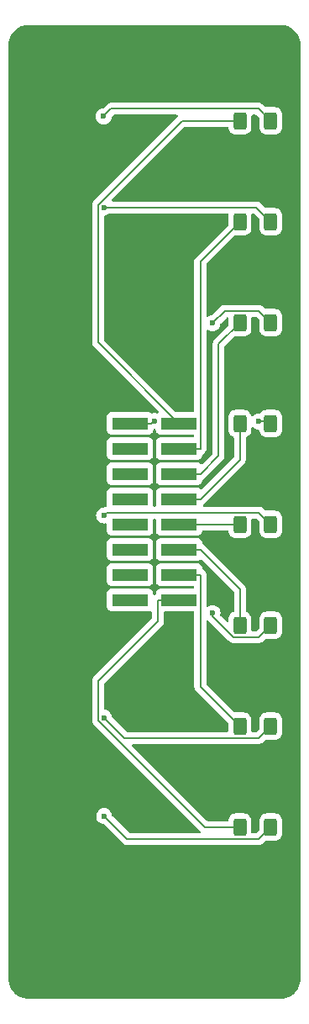
<source format=gbr>
%TF.GenerationSoftware,KiCad,Pcbnew,8.0.3-8.0.3-0~ubuntu22.04.1*%
%TF.CreationDate,2024-06-26T16:44:31+03:00*%
%TF.ProjectId,PM-RQ8-front,504d2d52-5138-42d6-9672-6f6e742e6b69,rev?*%
%TF.SameCoordinates,Original*%
%TF.FileFunction,Copper,L2,Bot*%
%TF.FilePolarity,Positive*%
%FSLAX46Y46*%
G04 Gerber Fmt 4.6, Leading zero omitted, Abs format (unit mm)*
G04 Created by KiCad (PCBNEW 8.0.3-8.0.3-0~ubuntu22.04.1) date 2024-06-26 16:44:31*
%MOMM*%
%LPD*%
G01*
G04 APERTURE LIST*
G04 Aperture macros list*
%AMRoundRect*
0 Rectangle with rounded corners*
0 $1 Rounding radius*
0 $2 $3 $4 $5 $6 $7 $8 $9 X,Y pos of 4 corners*
0 Add a 4 corners polygon primitive as box body*
4,1,4,$2,$3,$4,$5,$6,$7,$8,$9,$2,$3,0*
0 Add four circle primitives for the rounded corners*
1,1,$1+$1,$2,$3*
1,1,$1+$1,$4,$5*
1,1,$1+$1,$6,$7*
1,1,$1+$1,$8,$9*
0 Add four rect primitives between the rounded corners*
20,1,$1+$1,$2,$3,$4,$5,0*
20,1,$1+$1,$4,$5,$6,$7,0*
20,1,$1+$1,$6,$7,$8,$9,0*
20,1,$1+$1,$8,$9,$2,$3,0*%
G04 Aperture macros list end*
%TA.AperFunction,SMDPad,CuDef*%
%ADD10RoundRect,0.250000X-0.400000X-0.625000X0.400000X-0.625000X0.400000X0.625000X-0.400000X0.625000X0*%
%TD*%
%TA.AperFunction,SMDPad,CuDef*%
%ADD11R,3.680000X1.270000*%
%TD*%
%TA.AperFunction,ViaPad*%
%ADD12C,0.600000*%
%TD*%
%TA.AperFunction,Conductor*%
%ADD13C,0.200000*%
%TD*%
G04 APERTURE END LIST*
D10*
%TO.P,R5,1*%
%TO.N,Net-(J2-Pin_9)*%
X150850000Y-101600000D03*
%TO.P,R5,2*%
%TO.N,Net-(D5-K)*%
X153950000Y-101600000D03*
%TD*%
%TO.P,R4,1*%
%TO.N,Net-(J2-Pin_7)*%
X150850000Y-91440000D03*
%TO.P,R4,2*%
%TO.N,Net-(D4-K)*%
X153950000Y-91440000D03*
%TD*%
%TO.P,R2,1*%
%TO.N,Net-(J2-Pin_3)*%
X150850000Y-71120000D03*
%TO.P,R2,2*%
%TO.N,Net-(D2-K)*%
X153950000Y-71120000D03*
%TD*%
%TO.P,R3,1*%
%TO.N,Net-(J2-Pin_5)*%
X150850000Y-81280000D03*
%TO.P,R3,2*%
%TO.N,Net-(D3-K)*%
X153950000Y-81280000D03*
%TD*%
%TO.P,R1,1*%
%TO.N,Net-(J2-Pin_1)*%
X150850000Y-60960000D03*
%TO.P,R1,2*%
%TO.N,Net-(D1-K)*%
X153950000Y-60960000D03*
%TD*%
%TO.P,R7,1*%
%TO.N,Net-(J2-Pin_13)*%
X150850000Y-121920000D03*
%TO.P,R7,2*%
%TO.N,Net-(D7-K)*%
X153950000Y-121920000D03*
%TD*%
D11*
%TO.P,J2,01,Pin_1*%
%TO.N,Net-(J2-Pin_1)*%
X144715000Y-91440000D03*
%TO.P,J2,02,Pin_2*%
%TO.N,VDD*%
X139765000Y-91440000D03*
%TO.P,J2,03,Pin_3*%
%TO.N,Net-(J2-Pin_3)*%
X144715000Y-93980000D03*
%TO.P,J2,04,Pin_4*%
%TO.N,unconnected-(J2-Pin_4-Pad04)*%
X139765000Y-93980000D03*
%TO.P,J2,05,Pin_5*%
%TO.N,Net-(J2-Pin_5)*%
X144715000Y-96520000D03*
%TO.P,J2,06,Pin_6*%
%TO.N,unconnected-(J2-Pin_6-Pad06)*%
X139765000Y-96520000D03*
%TO.P,J2,07,Pin_7*%
%TO.N,Net-(J2-Pin_7)*%
X144715000Y-99060000D03*
%TO.P,J2,08,Pin_8*%
%TO.N,unconnected-(J2-Pin_8-Pad08)*%
X139765000Y-99060000D03*
%TO.P,J2,09,Pin_9*%
%TO.N,Net-(J2-Pin_9)*%
X144715000Y-101600000D03*
%TO.P,J2,10,Pin_10*%
%TO.N,unconnected-(J2-Pin_10-Pad10)*%
X139765000Y-101600000D03*
%TO.P,J2,11,Pin_11*%
%TO.N,Net-(J2-Pin_11)*%
X144715000Y-104140000D03*
%TO.P,J2,12,Pin_12*%
%TO.N,unconnected-(J2-Pin_12-Pad12)*%
X139765000Y-104140000D03*
%TO.P,J2,13,Pin_13*%
%TO.N,Net-(J2-Pin_13)*%
X144715000Y-106680000D03*
%TO.P,J2,14,Pin_14*%
%TO.N,unconnected-(J2-Pin_14-Pad14)*%
X139765000Y-106680000D03*
%TO.P,J2,15,Pin_15*%
%TO.N,Net-(J2-Pin_15)*%
X144715000Y-109220000D03*
%TO.P,J2,16,Pin_16*%
%TO.N,unconnected-(J2-Pin_16-Pad16)*%
X139765000Y-109220000D03*
%TD*%
D10*
%TO.P,R8,1*%
%TO.N,Net-(J2-Pin_15)*%
X150850000Y-132080000D03*
%TO.P,R8,2*%
%TO.N,Net-(D8-K)*%
X153950000Y-132080000D03*
%TD*%
%TO.P,R6,1*%
%TO.N,Net-(J2-Pin_11)*%
X150850000Y-111760000D03*
%TO.P,R6,2*%
%TO.N,Net-(D6-K)*%
X153950000Y-111760000D03*
%TD*%
D12*
%TO.N,VDD*%
X142240000Y-91187500D03*
%TO.N,Net-(D1-K)*%
X137104800Y-60510800D03*
%TO.N,Net-(D2-K)*%
X137160000Y-69673700D03*
%TO.N,Net-(D3-K)*%
X148084800Y-81333900D03*
%TO.N,Net-(D4-K)*%
X152759000Y-91249100D03*
%TO.N,Net-(D5-K)*%
X137155500Y-100693600D03*
%TO.N,Net-(D6-K)*%
X148084800Y-110546700D03*
%TO.N,Net-(D7-K)*%
X137160000Y-121071900D03*
%TO.N,Net-(D8-K)*%
X137160000Y-130983200D03*
%TD*%
D13*
%TO.N,VDD*%
X139765000Y-91440000D02*
X141906700Y-91440000D01*
X142240000Y-91187500D02*
X142159200Y-91187500D01*
X142159200Y-91187500D02*
X141906700Y-91440000D01*
%TO.N,Net-(D1-K)*%
X137868800Y-59746800D02*
X137104800Y-60510800D01*
X152736800Y-59746800D02*
X137868800Y-59746800D01*
X153950000Y-60960000D02*
X152736800Y-59746800D01*
%TO.N,Net-(D2-K)*%
X153950000Y-71120000D02*
X152503700Y-69673700D01*
X152503700Y-69673700D02*
X137160000Y-69673700D01*
%TO.N,Net-(D3-K)*%
X153950000Y-81280000D02*
X152772300Y-80102300D01*
X152772300Y-80102300D02*
X149316400Y-80102300D01*
X149316400Y-80102300D02*
X148084800Y-81333900D01*
%TO.N,Net-(D4-K)*%
X153759100Y-91249100D02*
X152759000Y-91249100D01*
X153950000Y-91440000D02*
X153759100Y-91249100D01*
%TO.N,Net-(D5-K)*%
X153950000Y-101600000D02*
X152755800Y-100405800D01*
X137443300Y-100405800D02*
X137155500Y-100693600D01*
X152755800Y-100405800D02*
X137443300Y-100405800D01*
%TO.N,Net-(D6-K)*%
X148084800Y-110842000D02*
X148084800Y-110546700D01*
X153950000Y-111760000D02*
X152769000Y-112941000D01*
X150183800Y-112941000D02*
X148084800Y-110842000D01*
X152769000Y-112941000D02*
X150183800Y-112941000D01*
%TO.N,Net-(D7-K)*%
X152766400Y-123103600D02*
X139191700Y-123103600D01*
X153950000Y-121920000D02*
X152766400Y-123103600D01*
X139191700Y-123103600D02*
X137160000Y-121071900D01*
%TO.N,Net-(D8-K)*%
X152741100Y-133288900D02*
X139465700Y-133288900D01*
X139465700Y-133288900D02*
X137160000Y-130983200D01*
X153950000Y-132080000D02*
X152741100Y-133288900D01*
%TO.N,Net-(J2-Pin_1)*%
X144715000Y-91440000D02*
X136547300Y-83272300D01*
X136547300Y-83272300D02*
X136547300Y-69426900D01*
X136547300Y-69426900D02*
X145014200Y-60960000D01*
X145014200Y-60960000D02*
X150850000Y-60960000D01*
%TO.N,Net-(J2-Pin_13)*%
X146856700Y-117926700D02*
X146856700Y-106680000D01*
X144715000Y-106680000D02*
X146856700Y-106680000D01*
X150850000Y-121920000D02*
X146856700Y-117926700D01*
%TO.N,Net-(J2-Pin_3)*%
X146856700Y-75113300D02*
X150850000Y-71120000D01*
X146856700Y-93980000D02*
X146856700Y-75113300D01*
X144715000Y-93980000D02*
X146856700Y-93980000D01*
%TO.N,Net-(J2-Pin_11)*%
X144715000Y-104140000D02*
X146856700Y-104140000D01*
X150850000Y-108133300D02*
X150850000Y-111760000D01*
X146856700Y-104140000D02*
X150850000Y-108133300D01*
%TO.N,Net-(J2-Pin_5)*%
X144715000Y-96520000D02*
X146856700Y-96520000D01*
X148685000Y-83445000D02*
X150850000Y-81280000D01*
X146856700Y-96520000D02*
X148685000Y-94691700D01*
X148685000Y-94691700D02*
X148685000Y-83445000D01*
%TO.N,Net-(J2-Pin_15)*%
X136535500Y-117399500D02*
X136535500Y-121318200D01*
X136535500Y-121318200D02*
X147297300Y-132080000D01*
X142573300Y-109220000D02*
X142573300Y-111361700D01*
X142573300Y-111361700D02*
X136535500Y-117399500D01*
X147297300Y-132080000D02*
X150850000Y-132080000D01*
X144715000Y-109220000D02*
X142573300Y-109220000D01*
%TO.N,Net-(J2-Pin_7)*%
X144715000Y-99060000D02*
X146856700Y-99060000D01*
X150850000Y-91440000D02*
X150850000Y-95066700D01*
X150850000Y-95066700D02*
X146856700Y-99060000D01*
%TO.N,Net-(J2-Pin_9)*%
X144715000Y-101600000D02*
X150850000Y-101600000D01*
%TD*%
%TA.AperFunction,NonConductor*%
G36*
X154944042Y-51300765D02*
G01*
X154966774Y-51302254D01*
X155198114Y-51317417D01*
X155214172Y-51319532D01*
X155459888Y-51368408D01*
X155475554Y-51372606D01*
X155626736Y-51423925D01*
X155712788Y-51453136D01*
X155727765Y-51459339D01*
X155945336Y-51566633D01*
X155952460Y-51570146D01*
X155966508Y-51578256D01*
X156174815Y-51717443D01*
X156187679Y-51727314D01*
X156376033Y-51892497D01*
X156387502Y-51903966D01*
X156552685Y-52092320D01*
X156562559Y-52105188D01*
X156701743Y-52313492D01*
X156709853Y-52327539D01*
X156820657Y-52552227D01*
X156826864Y-52567213D01*
X156907393Y-52804445D01*
X156911591Y-52820111D01*
X156960465Y-53065813D01*
X156962583Y-53081895D01*
X156979235Y-53335956D01*
X156979500Y-53344066D01*
X156979500Y-147315933D01*
X156979235Y-147324043D01*
X156962583Y-147578104D01*
X156960465Y-147594186D01*
X156911591Y-147839888D01*
X156907393Y-147855554D01*
X156826864Y-148092786D01*
X156820657Y-148107772D01*
X156709853Y-148332460D01*
X156701743Y-148346507D01*
X156562559Y-148554811D01*
X156552685Y-148567679D01*
X156387502Y-148756033D01*
X156376033Y-148767502D01*
X156187679Y-148932685D01*
X156174811Y-148942559D01*
X155966507Y-149081743D01*
X155952460Y-149089853D01*
X155727772Y-149200657D01*
X155712786Y-149206864D01*
X155475554Y-149287393D01*
X155459888Y-149291591D01*
X155214186Y-149340465D01*
X155198104Y-149342583D01*
X154944043Y-149359235D01*
X154935933Y-149359500D01*
X129544067Y-149359500D01*
X129535957Y-149359235D01*
X129281895Y-149342583D01*
X129265814Y-149340465D01*
X129230770Y-149333494D01*
X129020111Y-149291591D01*
X129004445Y-149287393D01*
X128767213Y-149206864D01*
X128752227Y-149200657D01*
X128527539Y-149089853D01*
X128513492Y-149081743D01*
X128305188Y-148942559D01*
X128292320Y-148932685D01*
X128103966Y-148767502D01*
X128092497Y-148756033D01*
X127927314Y-148567679D01*
X127917440Y-148554811D01*
X127778256Y-148346507D01*
X127770146Y-148332460D01*
X127659464Y-148108019D01*
X127659339Y-148107765D01*
X127653135Y-148092786D01*
X127572606Y-147855554D01*
X127568408Y-147839888D01*
X127559736Y-147796292D01*
X127519532Y-147594172D01*
X127517417Y-147578114D01*
X127500765Y-147324042D01*
X127500500Y-147315933D01*
X127500500Y-121397254D01*
X135934998Y-121397254D01*
X135975923Y-121549986D01*
X135989880Y-121574158D01*
X135989881Y-121574163D01*
X135989883Y-121574163D01*
X136015616Y-121618735D01*
X136054979Y-121686914D01*
X136054981Y-121686917D01*
X136173849Y-121805785D01*
X136173855Y-121805790D01*
X146844783Y-132476719D01*
X146878268Y-132538042D01*
X146873284Y-132607734D01*
X146831412Y-132663667D01*
X146765948Y-132688084D01*
X146757102Y-132688400D01*
X139765797Y-132688400D01*
X139698758Y-132668715D01*
X139678116Y-132652081D01*
X137990700Y-130964665D01*
X137957215Y-130903342D01*
X137955163Y-130890886D01*
X137945368Y-130803945D01*
X137885789Y-130633678D01*
X137789816Y-130480938D01*
X137662262Y-130353384D01*
X137509523Y-130257411D01*
X137339254Y-130197831D01*
X137339249Y-130197830D01*
X137160004Y-130177635D01*
X137159996Y-130177635D01*
X136980750Y-130197830D01*
X136980745Y-130197831D01*
X136810476Y-130257411D01*
X136657737Y-130353384D01*
X136530184Y-130480937D01*
X136434211Y-130633676D01*
X136374631Y-130803945D01*
X136374630Y-130803950D01*
X136354435Y-130983196D01*
X136354435Y-130983203D01*
X136374630Y-131162449D01*
X136374631Y-131162454D01*
X136434211Y-131332723D01*
X136479621Y-131404992D01*
X136530184Y-131485462D01*
X136657738Y-131613016D01*
X136810478Y-131708989D01*
X136980745Y-131768568D01*
X137067669Y-131778361D01*
X137132080Y-131805426D01*
X137141465Y-131813900D01*
X138980839Y-133653274D01*
X138980849Y-133653285D01*
X138985179Y-133657615D01*
X138985180Y-133657616D01*
X139096984Y-133769420D01*
X139183795Y-133819539D01*
X139183797Y-133819541D01*
X139233913Y-133848476D01*
X139233915Y-133848477D01*
X139386642Y-133889400D01*
X139386643Y-133889400D01*
X152654431Y-133889400D01*
X152654447Y-133889401D01*
X152662043Y-133889401D01*
X152820154Y-133889401D01*
X152820157Y-133889401D01*
X152972885Y-133848477D01*
X153023004Y-133819539D01*
X153109816Y-133769420D01*
X153221620Y-133657616D01*
X153221620Y-133657614D01*
X153231828Y-133647407D01*
X153231830Y-133647404D01*
X153389138Y-133490095D01*
X153450459Y-133456612D01*
X153489421Y-133454420D01*
X153499991Y-133455500D01*
X154400008Y-133455499D01*
X154400016Y-133455498D01*
X154400019Y-133455498D01*
X154456302Y-133449748D01*
X154502797Y-133444999D01*
X154669334Y-133389814D01*
X154818656Y-133297712D01*
X154942712Y-133173656D01*
X155034814Y-133024334D01*
X155089999Y-132857797D01*
X155100500Y-132755009D01*
X155100499Y-131404992D01*
X155089999Y-131302203D01*
X155034814Y-131135666D01*
X154942712Y-130986344D01*
X154818656Y-130862288D01*
X154669334Y-130770186D01*
X154502797Y-130715001D01*
X154502795Y-130715000D01*
X154400010Y-130704500D01*
X153499998Y-130704500D01*
X153499980Y-130704501D01*
X153397203Y-130715000D01*
X153397200Y-130715001D01*
X153230668Y-130770185D01*
X153230663Y-130770187D01*
X153081342Y-130862289D01*
X152957289Y-130986342D01*
X152865187Y-131135663D01*
X152865186Y-131135666D01*
X152810001Y-131302203D01*
X152810001Y-131302204D01*
X152810000Y-131302204D01*
X152799500Y-131404983D01*
X152799500Y-132329900D01*
X152779815Y-132396939D01*
X152763182Y-132417581D01*
X152573031Y-132607734D01*
X152528684Y-132652081D01*
X152467361Y-132685566D01*
X152441002Y-132688400D01*
X152124500Y-132688400D01*
X152057461Y-132668715D01*
X152011706Y-132615911D01*
X152000500Y-132564400D01*
X152000499Y-131404998D01*
X152000498Y-131404981D01*
X151989999Y-131302203D01*
X151989998Y-131302200D01*
X151934814Y-131135666D01*
X151842712Y-130986344D01*
X151718656Y-130862288D01*
X151569334Y-130770186D01*
X151402797Y-130715001D01*
X151402795Y-130715000D01*
X151300010Y-130704500D01*
X150399998Y-130704500D01*
X150399980Y-130704501D01*
X150297203Y-130715000D01*
X150297200Y-130715001D01*
X150130668Y-130770185D01*
X150130663Y-130770187D01*
X149981342Y-130862289D01*
X149857289Y-130986342D01*
X149765187Y-131135663D01*
X149765185Y-131135668D01*
X149710001Y-131302204D01*
X149710000Y-131302205D01*
X149703268Y-131368103D01*
X149676871Y-131432795D01*
X149619690Y-131472946D01*
X149579910Y-131479500D01*
X147597398Y-131479500D01*
X147530359Y-131459815D01*
X147509717Y-131443181D01*
X139982316Y-123915781D01*
X139948831Y-123854458D01*
X139953815Y-123784766D01*
X139995687Y-123728833D01*
X140061151Y-123704416D01*
X140069997Y-123704100D01*
X152679731Y-123704100D01*
X152679747Y-123704101D01*
X152687343Y-123704101D01*
X152845454Y-123704101D01*
X152845457Y-123704101D01*
X152998185Y-123663177D01*
X153048304Y-123634239D01*
X153135116Y-123584120D01*
X153246920Y-123472316D01*
X153246920Y-123472314D01*
X153257128Y-123462107D01*
X153257130Y-123462104D01*
X153389138Y-123330095D01*
X153450459Y-123296612D01*
X153489421Y-123294420D01*
X153499991Y-123295500D01*
X154400008Y-123295499D01*
X154400016Y-123295498D01*
X154400019Y-123295498D01*
X154456302Y-123289748D01*
X154502797Y-123284999D01*
X154669334Y-123229814D01*
X154818656Y-123137712D01*
X154942712Y-123013656D01*
X155034814Y-122864334D01*
X155089999Y-122697797D01*
X155100500Y-122595009D01*
X155100499Y-121244992D01*
X155089999Y-121142203D01*
X155034814Y-120975666D01*
X154942712Y-120826344D01*
X154818656Y-120702288D01*
X154669334Y-120610186D01*
X154502797Y-120555001D01*
X154502795Y-120555000D01*
X154400010Y-120544500D01*
X153499998Y-120544500D01*
X153499980Y-120544501D01*
X153397203Y-120555000D01*
X153397200Y-120555001D01*
X153230668Y-120610185D01*
X153230663Y-120610187D01*
X153081342Y-120702289D01*
X152957289Y-120826342D01*
X152865187Y-120975663D01*
X152865185Y-120975668D01*
X152849606Y-121022684D01*
X152810001Y-121142203D01*
X152810001Y-121142204D01*
X152810000Y-121142204D01*
X152799500Y-121244983D01*
X152799500Y-122169902D01*
X152779815Y-122236941D01*
X152763181Y-122257583D01*
X152553984Y-122466781D01*
X152492661Y-122500266D01*
X152466303Y-122503100D01*
X152124500Y-122503100D01*
X152057461Y-122483415D01*
X152011706Y-122430611D01*
X152000500Y-122379100D01*
X152000499Y-121244998D01*
X152000498Y-121244981D01*
X151989999Y-121142203D01*
X151989998Y-121142200D01*
X151936106Y-120979566D01*
X151934814Y-120975666D01*
X151842712Y-120826344D01*
X151718656Y-120702288D01*
X151569334Y-120610186D01*
X151402797Y-120555001D01*
X151402795Y-120555000D01*
X151300010Y-120544500D01*
X150399999Y-120544500D01*
X150399983Y-120544501D01*
X150389413Y-120545581D01*
X150320721Y-120532807D01*
X150289138Y-120509903D01*
X147493519Y-117714284D01*
X147460034Y-117652961D01*
X147457200Y-117626603D01*
X147457200Y-111362998D01*
X147476885Y-111295959D01*
X147529689Y-111250204D01*
X147598847Y-111240260D01*
X147662403Y-111269285D01*
X147668881Y-111275317D01*
X147723149Y-111329585D01*
X147723155Y-111329590D01*
X149698939Y-113305374D01*
X149698949Y-113305385D01*
X149703279Y-113309715D01*
X149703280Y-113309716D01*
X149815084Y-113421520D01*
X149901895Y-113471639D01*
X149901897Y-113471641D01*
X149952013Y-113500576D01*
X149952015Y-113500577D01*
X150104742Y-113541500D01*
X150104743Y-113541500D01*
X152682331Y-113541500D01*
X152682347Y-113541501D01*
X152689943Y-113541501D01*
X152848054Y-113541501D01*
X152848057Y-113541501D01*
X153000785Y-113500577D01*
X153050904Y-113471639D01*
X153137716Y-113421520D01*
X153249520Y-113309716D01*
X153249520Y-113309714D01*
X153259728Y-113299507D01*
X153259730Y-113299504D01*
X153389138Y-113170095D01*
X153450459Y-113136612D01*
X153489421Y-113134420D01*
X153499991Y-113135500D01*
X154400008Y-113135499D01*
X154400016Y-113135498D01*
X154400019Y-113135498D01*
X154456302Y-113129748D01*
X154502797Y-113124999D01*
X154669334Y-113069814D01*
X154818656Y-112977712D01*
X154942712Y-112853656D01*
X155034814Y-112704334D01*
X155089999Y-112537797D01*
X155100500Y-112435009D01*
X155100499Y-111084992D01*
X155089999Y-110982203D01*
X155034814Y-110815666D01*
X154942712Y-110666344D01*
X154818656Y-110542288D01*
X154669334Y-110450186D01*
X154502797Y-110395001D01*
X154502795Y-110395000D01*
X154400010Y-110384500D01*
X153499998Y-110384500D01*
X153499980Y-110384501D01*
X153397203Y-110395000D01*
X153397200Y-110395001D01*
X153230668Y-110450185D01*
X153230663Y-110450187D01*
X153081342Y-110542289D01*
X152957289Y-110666342D01*
X152865187Y-110815663D01*
X152865186Y-110815666D01*
X152810001Y-110982203D01*
X152810001Y-110982204D01*
X152810000Y-110982204D01*
X152799500Y-111084983D01*
X152799500Y-112009902D01*
X152779815Y-112076941D01*
X152763181Y-112097583D01*
X152556584Y-112304181D01*
X152495261Y-112337666D01*
X152468903Y-112340500D01*
X152124500Y-112340500D01*
X152057461Y-112320815D01*
X152011706Y-112268011D01*
X152000500Y-112216500D01*
X152000499Y-111084998D01*
X152000498Y-111084981D01*
X151989999Y-110982203D01*
X151989998Y-110982200D01*
X151934814Y-110815666D01*
X151842712Y-110666344D01*
X151718656Y-110542288D01*
X151569334Y-110450186D01*
X151569328Y-110450184D01*
X151535494Y-110438972D01*
X151478050Y-110399199D01*
X151451228Y-110334683D01*
X151450500Y-110321267D01*
X151450500Y-108222359D01*
X151450501Y-108222346D01*
X151450501Y-108054245D01*
X151450501Y-108054243D01*
X151409577Y-107901515D01*
X151359916Y-107815500D01*
X151330520Y-107764584D01*
X151218716Y-107652780D01*
X151218715Y-107652779D01*
X151214385Y-107648449D01*
X151214374Y-107648439D01*
X147344290Y-103778355D01*
X147344288Y-103778352D01*
X147225417Y-103659481D01*
X147225416Y-103659480D01*
X147138604Y-103609360D01*
X147138604Y-103609358D01*
X147138599Y-103609357D01*
X147127047Y-103602687D01*
X147117495Y-103597172D01*
X147069281Y-103546602D01*
X147055499Y-103489787D01*
X147055499Y-103457129D01*
X147055498Y-103457123D01*
X147055497Y-103457116D01*
X147049091Y-103397517D01*
X146998796Y-103262669D01*
X146998795Y-103262668D01*
X146998793Y-103262664D01*
X146912547Y-103147455D01*
X146912544Y-103147452D01*
X146797335Y-103061206D01*
X146797328Y-103061202D01*
X146662482Y-103010908D01*
X146662483Y-103010908D01*
X146602883Y-103004501D01*
X146602881Y-103004500D01*
X146602873Y-103004500D01*
X146602864Y-103004500D01*
X142827129Y-103004500D01*
X142827123Y-103004501D01*
X142767516Y-103010908D01*
X142632671Y-103061202D01*
X142632664Y-103061206D01*
X142517455Y-103147452D01*
X142517452Y-103147455D01*
X142431206Y-103262664D01*
X142431202Y-103262671D01*
X142380908Y-103397517D01*
X142374501Y-103457116D01*
X142374501Y-103457123D01*
X142374500Y-103457135D01*
X142374500Y-104822870D01*
X142374501Y-104822876D01*
X142380908Y-104882483D01*
X142431202Y-105017328D01*
X142431206Y-105017335D01*
X142517452Y-105132544D01*
X142517455Y-105132547D01*
X142632664Y-105218793D01*
X142632671Y-105218797D01*
X142767517Y-105269091D01*
X142767516Y-105269091D01*
X142774444Y-105269835D01*
X142827127Y-105275500D01*
X146602872Y-105275499D01*
X146662483Y-105269091D01*
X146797331Y-105218796D01*
X146876552Y-105159490D01*
X146942013Y-105135074D01*
X147010286Y-105149925D01*
X147038542Y-105171077D01*
X150213181Y-108345716D01*
X150246666Y-108407039D01*
X150249500Y-108433397D01*
X150249500Y-110321267D01*
X150229815Y-110388306D01*
X150177011Y-110434061D01*
X150164506Y-110438972D01*
X150130671Y-110450184D01*
X150130663Y-110450187D01*
X149981342Y-110542289D01*
X149857289Y-110666342D01*
X149765187Y-110815663D01*
X149765186Y-110815666D01*
X149710001Y-110982203D01*
X149710001Y-110982204D01*
X149710000Y-110982204D01*
X149699500Y-111084983D01*
X149699500Y-111308103D01*
X149679815Y-111375142D01*
X149627011Y-111420897D01*
X149557853Y-111430841D01*
X149494297Y-111401816D01*
X149487819Y-111395784D01*
X148907109Y-110815074D01*
X148873624Y-110753751D01*
X148871570Y-110713509D01*
X148890365Y-110546702D01*
X148890365Y-110546696D01*
X148870169Y-110367450D01*
X148870168Y-110367445D01*
X148810588Y-110197176D01*
X148714615Y-110044437D01*
X148587062Y-109916884D01*
X148434323Y-109820911D01*
X148264054Y-109761331D01*
X148264049Y-109761330D01*
X148084804Y-109741135D01*
X148084796Y-109741135D01*
X147905550Y-109761330D01*
X147905545Y-109761331D01*
X147735276Y-109820911D01*
X147647172Y-109876271D01*
X147579935Y-109895271D01*
X147513100Y-109874903D01*
X147467886Y-109821635D01*
X147457200Y-109771277D01*
X147457200Y-106600945D01*
X147457200Y-106600943D01*
X147416277Y-106448216D01*
X147416273Y-106448209D01*
X147337224Y-106311290D01*
X147337218Y-106311282D01*
X147225417Y-106199481D01*
X147225412Y-106199477D01*
X147117499Y-106137174D01*
X147069284Y-106086607D01*
X147055499Y-106029787D01*
X147055499Y-105997129D01*
X147055498Y-105997123D01*
X147055497Y-105997116D01*
X147049091Y-105937517D01*
X146998796Y-105802669D01*
X146998795Y-105802668D01*
X146998793Y-105802664D01*
X146912547Y-105687455D01*
X146912544Y-105687452D01*
X146797335Y-105601206D01*
X146797328Y-105601202D01*
X146662482Y-105550908D01*
X146662483Y-105550908D01*
X146602883Y-105544501D01*
X146602881Y-105544500D01*
X146602873Y-105544500D01*
X146602864Y-105544500D01*
X142827129Y-105544500D01*
X142827123Y-105544501D01*
X142767516Y-105550908D01*
X142632671Y-105601202D01*
X142632664Y-105601206D01*
X142517455Y-105687452D01*
X142517452Y-105687455D01*
X142431206Y-105802664D01*
X142431202Y-105802671D01*
X142380908Y-105937517D01*
X142374501Y-105997116D01*
X142374501Y-105997123D01*
X142374500Y-105997135D01*
X142374500Y-107362870D01*
X142374501Y-107362876D01*
X142380908Y-107422483D01*
X142431202Y-107557328D01*
X142431206Y-107557335D01*
X142517452Y-107672544D01*
X142517455Y-107672547D01*
X142632664Y-107758793D01*
X142632671Y-107758797D01*
X142767517Y-107809091D01*
X142767516Y-107809091D01*
X142774444Y-107809835D01*
X142827127Y-107815500D01*
X146132200Y-107815499D01*
X146199239Y-107835184D01*
X146244994Y-107887988D01*
X146256200Y-107939499D01*
X146256200Y-107960500D01*
X146236515Y-108027539D01*
X146183711Y-108073294D01*
X146132200Y-108084500D01*
X142827129Y-108084500D01*
X142827123Y-108084501D01*
X142767516Y-108090908D01*
X142632671Y-108141202D01*
X142632664Y-108141206D01*
X142517455Y-108227452D01*
X142517452Y-108227455D01*
X142431206Y-108342664D01*
X142431202Y-108342671D01*
X142380908Y-108477517D01*
X142374501Y-108537116D01*
X142374501Y-108537123D01*
X142374500Y-108537135D01*
X142374500Y-108569787D01*
X142354815Y-108636826D01*
X142312500Y-108677174D01*
X142291499Y-108689299D01*
X142223599Y-108705772D01*
X142157572Y-108682920D01*
X142114381Y-108627998D01*
X142105499Y-108581912D01*
X142105499Y-108537129D01*
X142105498Y-108537123D01*
X142105497Y-108537116D01*
X142099091Y-108477517D01*
X142082635Y-108433397D01*
X142048797Y-108342671D01*
X142048793Y-108342664D01*
X141962547Y-108227455D01*
X141962544Y-108227452D01*
X141847335Y-108141206D01*
X141847328Y-108141202D01*
X141712482Y-108090908D01*
X141712483Y-108090908D01*
X141652883Y-108084501D01*
X141652881Y-108084500D01*
X141652873Y-108084500D01*
X141652864Y-108084500D01*
X137877129Y-108084500D01*
X137877123Y-108084501D01*
X137817516Y-108090908D01*
X137682671Y-108141202D01*
X137682664Y-108141206D01*
X137567455Y-108227452D01*
X137567452Y-108227455D01*
X137481206Y-108342664D01*
X137481202Y-108342671D01*
X137430908Y-108477517D01*
X137424501Y-108537116D01*
X137424501Y-108537123D01*
X137424500Y-108537135D01*
X137424500Y-109902870D01*
X137424501Y-109902876D01*
X137430908Y-109962483D01*
X137481202Y-110097328D01*
X137481206Y-110097335D01*
X137567452Y-110212544D01*
X137567455Y-110212547D01*
X137682664Y-110298793D01*
X137682671Y-110298797D01*
X137817517Y-110349091D01*
X137817516Y-110349091D01*
X137824444Y-110349835D01*
X137877127Y-110355500D01*
X141652872Y-110355499D01*
X141712483Y-110349091D01*
X141805467Y-110314409D01*
X141875158Y-110309426D01*
X141936481Y-110342911D01*
X141969966Y-110404234D01*
X141972800Y-110430592D01*
X141972800Y-111061602D01*
X141953115Y-111128641D01*
X141936481Y-111149283D01*
X136054981Y-117030782D01*
X136054979Y-117030785D01*
X136004861Y-117117594D01*
X136004859Y-117117596D01*
X135975925Y-117167709D01*
X135975924Y-117167710D01*
X135975923Y-117167715D01*
X135934999Y-117320443D01*
X135934999Y-117320445D01*
X135934999Y-117488546D01*
X135935000Y-117488559D01*
X135935000Y-121231530D01*
X135934999Y-121231548D01*
X135934999Y-121397254D01*
X135934998Y-121397254D01*
X127500500Y-121397254D01*
X127500500Y-105997135D01*
X137424500Y-105997135D01*
X137424500Y-107362870D01*
X137424501Y-107362876D01*
X137430908Y-107422483D01*
X137481202Y-107557328D01*
X137481206Y-107557335D01*
X137567452Y-107672544D01*
X137567455Y-107672547D01*
X137682664Y-107758793D01*
X137682671Y-107758797D01*
X137817517Y-107809091D01*
X137817516Y-107809091D01*
X137824444Y-107809835D01*
X137877127Y-107815500D01*
X141652872Y-107815499D01*
X141712483Y-107809091D01*
X141847331Y-107758796D01*
X141962546Y-107672546D01*
X142048796Y-107557331D01*
X142099091Y-107422483D01*
X142105500Y-107362873D01*
X142105499Y-105997128D01*
X142099091Y-105937517D01*
X142048796Y-105802669D01*
X142048795Y-105802668D01*
X142048793Y-105802664D01*
X141962547Y-105687455D01*
X141962544Y-105687452D01*
X141847335Y-105601206D01*
X141847328Y-105601202D01*
X141712482Y-105550908D01*
X141712483Y-105550908D01*
X141652883Y-105544501D01*
X141652881Y-105544500D01*
X141652873Y-105544500D01*
X141652864Y-105544500D01*
X137877129Y-105544500D01*
X137877123Y-105544501D01*
X137817516Y-105550908D01*
X137682671Y-105601202D01*
X137682664Y-105601206D01*
X137567455Y-105687452D01*
X137567452Y-105687455D01*
X137481206Y-105802664D01*
X137481202Y-105802671D01*
X137430908Y-105937517D01*
X137424501Y-105997116D01*
X137424501Y-105997123D01*
X137424500Y-105997135D01*
X127500500Y-105997135D01*
X127500500Y-103457135D01*
X137424500Y-103457135D01*
X137424500Y-104822870D01*
X137424501Y-104822876D01*
X137430908Y-104882483D01*
X137481202Y-105017328D01*
X137481206Y-105017335D01*
X137567452Y-105132544D01*
X137567455Y-105132547D01*
X137682664Y-105218793D01*
X137682671Y-105218797D01*
X137817517Y-105269091D01*
X137817516Y-105269091D01*
X137824444Y-105269835D01*
X137877127Y-105275500D01*
X141652872Y-105275499D01*
X141712483Y-105269091D01*
X141847331Y-105218796D01*
X141962546Y-105132546D01*
X142048796Y-105017331D01*
X142099091Y-104882483D01*
X142105500Y-104822873D01*
X142105499Y-103457128D01*
X142099091Y-103397517D01*
X142048796Y-103262669D01*
X142048795Y-103262668D01*
X142048793Y-103262664D01*
X141962547Y-103147455D01*
X141962544Y-103147452D01*
X141847335Y-103061206D01*
X141847328Y-103061202D01*
X141712482Y-103010908D01*
X141712483Y-103010908D01*
X141652883Y-103004501D01*
X141652881Y-103004500D01*
X141652873Y-103004500D01*
X141652864Y-103004500D01*
X137877129Y-103004500D01*
X137877123Y-103004501D01*
X137817516Y-103010908D01*
X137682671Y-103061202D01*
X137682664Y-103061206D01*
X137567455Y-103147452D01*
X137567452Y-103147455D01*
X137481206Y-103262664D01*
X137481202Y-103262671D01*
X137430908Y-103397517D01*
X137424501Y-103457116D01*
X137424501Y-103457123D01*
X137424500Y-103457135D01*
X127500500Y-103457135D01*
X127500500Y-100693596D01*
X136349935Y-100693596D01*
X136349935Y-100693603D01*
X136370130Y-100872849D01*
X136370131Y-100872854D01*
X136429711Y-101043123D01*
X136525684Y-101195862D01*
X136653238Y-101323416D01*
X136805978Y-101419389D01*
X136886498Y-101447564D01*
X136976245Y-101478968D01*
X136976250Y-101478969D01*
X137155496Y-101499165D01*
X137155500Y-101499165D01*
X137155503Y-101499165D01*
X137286616Y-101484392D01*
X137355438Y-101496446D01*
X137406818Y-101543795D01*
X137424500Y-101607612D01*
X137424500Y-102282870D01*
X137424501Y-102282876D01*
X137430908Y-102342483D01*
X137481202Y-102477328D01*
X137481206Y-102477335D01*
X137567452Y-102592544D01*
X137567455Y-102592547D01*
X137682664Y-102678793D01*
X137682671Y-102678797D01*
X137817517Y-102729091D01*
X137817516Y-102729091D01*
X137824444Y-102729835D01*
X137877127Y-102735500D01*
X141652872Y-102735499D01*
X141712483Y-102729091D01*
X141847331Y-102678796D01*
X141962546Y-102592546D01*
X142048796Y-102477331D01*
X142099091Y-102342483D01*
X142105500Y-102282873D01*
X142105499Y-101130299D01*
X142125184Y-101063261D01*
X142177987Y-101017506D01*
X142229499Y-101006300D01*
X142250500Y-101006300D01*
X142317539Y-101025985D01*
X142363294Y-101078789D01*
X142374500Y-101130300D01*
X142374500Y-102282870D01*
X142374501Y-102282876D01*
X142380908Y-102342483D01*
X142431202Y-102477328D01*
X142431206Y-102477335D01*
X142517452Y-102592544D01*
X142517455Y-102592547D01*
X142632664Y-102678793D01*
X142632671Y-102678797D01*
X142767517Y-102729091D01*
X142767516Y-102729091D01*
X142774444Y-102729835D01*
X142827127Y-102735500D01*
X146602872Y-102735499D01*
X146662483Y-102729091D01*
X146797331Y-102678796D01*
X146912546Y-102592546D01*
X146998796Y-102477331D01*
X147049091Y-102342483D01*
X147049091Y-102342482D01*
X147052450Y-102311244D01*
X147079188Y-102246693D01*
X147136581Y-102206845D01*
X147175739Y-102200500D01*
X149579911Y-102200500D01*
X149646950Y-102220185D01*
X149692705Y-102272989D01*
X149703269Y-102311898D01*
X149710001Y-102377797D01*
X149710001Y-102377799D01*
X149765185Y-102544331D01*
X149765186Y-102544334D01*
X149857288Y-102693656D01*
X149981344Y-102817712D01*
X150130666Y-102909814D01*
X150297203Y-102964999D01*
X150399991Y-102975500D01*
X151300008Y-102975499D01*
X151300016Y-102975498D01*
X151300019Y-102975498D01*
X151356302Y-102969748D01*
X151402797Y-102964999D01*
X151569334Y-102909814D01*
X151718656Y-102817712D01*
X151842712Y-102693656D01*
X151934814Y-102544334D01*
X151989999Y-102377797D01*
X152000500Y-102275009D01*
X152000499Y-101130299D01*
X152020184Y-101063261D01*
X152072987Y-101017506D01*
X152124499Y-101006300D01*
X152455703Y-101006300D01*
X152522742Y-101025985D01*
X152543384Y-101042619D01*
X152763181Y-101262416D01*
X152796666Y-101323739D01*
X152799500Y-101350097D01*
X152799500Y-102275001D01*
X152799501Y-102275019D01*
X152810000Y-102377796D01*
X152810001Y-102377799D01*
X152865185Y-102544331D01*
X152865186Y-102544334D01*
X152957288Y-102693656D01*
X153081344Y-102817712D01*
X153230666Y-102909814D01*
X153397203Y-102964999D01*
X153499991Y-102975500D01*
X154400008Y-102975499D01*
X154400016Y-102975498D01*
X154400019Y-102975498D01*
X154456302Y-102969748D01*
X154502797Y-102964999D01*
X154669334Y-102909814D01*
X154818656Y-102817712D01*
X154942712Y-102693656D01*
X155034814Y-102544334D01*
X155089999Y-102377797D01*
X155100500Y-102275009D01*
X155100499Y-100924992D01*
X155089999Y-100822203D01*
X155034814Y-100655666D01*
X154942712Y-100506344D01*
X154818656Y-100382288D01*
X154669334Y-100290186D01*
X154502797Y-100235001D01*
X154502795Y-100235000D01*
X154400010Y-100224500D01*
X153499999Y-100224500D01*
X153499983Y-100224501D01*
X153489413Y-100225581D01*
X153420721Y-100212807D01*
X153389138Y-100189903D01*
X153243390Y-100044155D01*
X153243388Y-100044152D01*
X153124517Y-99925281D01*
X153124516Y-99925280D01*
X153037704Y-99875160D01*
X153037704Y-99875159D01*
X153037700Y-99875158D01*
X152987585Y-99846223D01*
X152834857Y-99805299D01*
X152676743Y-99805299D01*
X152669147Y-99805299D01*
X152669131Y-99805300D01*
X147229575Y-99805300D01*
X147162536Y-99785615D01*
X147116781Y-99732811D01*
X147106837Y-99663653D01*
X147135862Y-99600097D01*
X147167577Y-99573912D01*
X147225416Y-99540520D01*
X147337220Y-99428716D01*
X147337220Y-99428714D01*
X147347428Y-99418507D01*
X147347430Y-99418504D01*
X151218713Y-95547221D01*
X151218716Y-95547220D01*
X151330520Y-95435416D01*
X151380639Y-95348604D01*
X151409577Y-95298485D01*
X151450501Y-95145757D01*
X151450501Y-94987643D01*
X151450501Y-94980048D01*
X151450500Y-94980030D01*
X151450500Y-92878732D01*
X151470185Y-92811693D01*
X151522989Y-92765938D01*
X151535495Y-92761026D01*
X151569334Y-92749814D01*
X151718656Y-92657712D01*
X151842712Y-92533656D01*
X151934814Y-92384334D01*
X151989999Y-92217797D01*
X152000500Y-92115009D01*
X152000499Y-91922037D01*
X152020183Y-91855000D01*
X152072987Y-91809245D01*
X152142145Y-91799301D01*
X152205701Y-91828326D01*
X152212180Y-91834358D01*
X152256738Y-91878916D01*
X152409478Y-91974889D01*
X152505290Y-92008415D01*
X152579745Y-92034468D01*
X152579750Y-92034469D01*
X152646700Y-92042012D01*
X152694418Y-92047388D01*
X152758832Y-92074454D01*
X152798387Y-92132048D01*
X152803893Y-92158006D01*
X152810001Y-92217797D01*
X152810001Y-92217799D01*
X152865185Y-92384331D01*
X152865186Y-92384334D01*
X152957288Y-92533656D01*
X153081344Y-92657712D01*
X153230666Y-92749814D01*
X153397203Y-92804999D01*
X153499991Y-92815500D01*
X154400008Y-92815499D01*
X154400016Y-92815498D01*
X154400019Y-92815498D01*
X154456302Y-92809748D01*
X154502797Y-92804999D01*
X154669334Y-92749814D01*
X154818656Y-92657712D01*
X154942712Y-92533656D01*
X155034814Y-92384334D01*
X155089999Y-92217797D01*
X155100500Y-92115009D01*
X155100499Y-90764992D01*
X155099696Y-90757135D01*
X155089999Y-90662203D01*
X155089998Y-90662200D01*
X155057017Y-90562671D01*
X155034814Y-90495666D01*
X154942712Y-90346344D01*
X154818656Y-90222288D01*
X154669334Y-90130186D01*
X154502797Y-90075001D01*
X154502795Y-90075000D01*
X154400010Y-90064500D01*
X153499998Y-90064500D01*
X153499980Y-90064501D01*
X153397203Y-90075000D01*
X153397200Y-90075001D01*
X153230668Y-90130185D01*
X153230663Y-90130187D01*
X153081342Y-90222289D01*
X152957287Y-90346344D01*
X152929631Y-90391182D01*
X152877683Y-90437906D01*
X152810211Y-90449304D01*
X152759004Y-90443535D01*
X152758996Y-90443535D01*
X152579750Y-90463730D01*
X152579745Y-90463731D01*
X152409476Y-90523311D01*
X152256739Y-90619283D01*
X152187858Y-90688164D01*
X152126534Y-90721648D01*
X152056843Y-90716663D01*
X152000909Y-90674792D01*
X151982471Y-90639486D01*
X151975777Y-90619284D01*
X151934814Y-90495666D01*
X151842712Y-90346344D01*
X151718656Y-90222288D01*
X151569334Y-90130186D01*
X151402797Y-90075001D01*
X151402795Y-90075000D01*
X151300010Y-90064500D01*
X150399998Y-90064500D01*
X150399980Y-90064501D01*
X150297203Y-90075000D01*
X150297200Y-90075001D01*
X150130668Y-90130185D01*
X150130663Y-90130187D01*
X149981342Y-90222289D01*
X149857289Y-90346342D01*
X149765187Y-90495663D01*
X149765186Y-90495666D01*
X149710001Y-90662203D01*
X149710001Y-90662204D01*
X149710000Y-90662204D01*
X149699500Y-90764983D01*
X149699500Y-92115001D01*
X149699501Y-92115018D01*
X149710000Y-92217796D01*
X149710001Y-92217799D01*
X149765185Y-92384331D01*
X149765186Y-92384334D01*
X149857288Y-92533656D01*
X149981344Y-92657712D01*
X150130666Y-92749814D01*
X150164500Y-92761025D01*
X150221947Y-92800796D01*
X150248772Y-92865311D01*
X150249500Y-92878732D01*
X150249500Y-94766602D01*
X150229815Y-94833641D01*
X150213181Y-94854283D01*
X147038542Y-98028921D01*
X146977219Y-98062406D01*
X146907527Y-98057422D01*
X146876550Y-98040507D01*
X146797331Y-97981204D01*
X146797328Y-97981202D01*
X146662482Y-97930908D01*
X146662483Y-97930908D01*
X146602883Y-97924501D01*
X146602881Y-97924500D01*
X146602873Y-97924500D01*
X146602864Y-97924500D01*
X142827129Y-97924500D01*
X142827123Y-97924501D01*
X142767516Y-97930908D01*
X142632671Y-97981202D01*
X142632664Y-97981206D01*
X142517455Y-98067452D01*
X142517452Y-98067455D01*
X142431206Y-98182664D01*
X142431202Y-98182671D01*
X142380908Y-98317517D01*
X142374501Y-98377116D01*
X142374501Y-98377123D01*
X142374500Y-98377135D01*
X142374501Y-99681300D01*
X142354816Y-99748339D01*
X142302013Y-99794094D01*
X142250501Y-99805300D01*
X142229500Y-99805300D01*
X142162461Y-99785615D01*
X142116706Y-99732811D01*
X142105500Y-99681300D01*
X142105499Y-98377129D01*
X142105498Y-98377123D01*
X142105497Y-98377116D01*
X142099091Y-98317517D01*
X142048796Y-98182669D01*
X142048795Y-98182668D01*
X142048793Y-98182664D01*
X141962547Y-98067455D01*
X141962544Y-98067452D01*
X141847335Y-97981206D01*
X141847328Y-97981202D01*
X141712482Y-97930908D01*
X141712483Y-97930908D01*
X141652883Y-97924501D01*
X141652881Y-97924500D01*
X141652873Y-97924500D01*
X141652864Y-97924500D01*
X137877129Y-97924500D01*
X137877123Y-97924501D01*
X137817516Y-97930908D01*
X137682671Y-97981202D01*
X137682664Y-97981206D01*
X137567455Y-98067452D01*
X137567452Y-98067455D01*
X137481206Y-98182664D01*
X137481202Y-98182671D01*
X137430908Y-98317517D01*
X137424501Y-98377116D01*
X137424501Y-98377123D01*
X137424500Y-98377135D01*
X137424500Y-99694004D01*
X137404815Y-99761043D01*
X137352011Y-99806798D01*
X137332595Y-99813778D01*
X137211523Y-99846220D01*
X137211514Y-99846224D01*
X137157520Y-99877396D01*
X137109407Y-99893227D01*
X136976250Y-99908230D01*
X136805978Y-99967810D01*
X136653237Y-100063784D01*
X136525684Y-100191337D01*
X136429711Y-100344076D01*
X136370131Y-100514345D01*
X136370130Y-100514350D01*
X136349935Y-100693596D01*
X127500500Y-100693596D01*
X127500500Y-95837135D01*
X137424500Y-95837135D01*
X137424500Y-97202870D01*
X137424501Y-97202876D01*
X137430908Y-97262483D01*
X137481202Y-97397328D01*
X137481206Y-97397335D01*
X137567452Y-97512544D01*
X137567455Y-97512547D01*
X137682664Y-97598793D01*
X137682671Y-97598797D01*
X137817517Y-97649091D01*
X137817516Y-97649091D01*
X137824444Y-97649835D01*
X137877127Y-97655500D01*
X141652872Y-97655499D01*
X141712483Y-97649091D01*
X141847331Y-97598796D01*
X141962546Y-97512546D01*
X142048796Y-97397331D01*
X142099091Y-97262483D01*
X142105500Y-97202873D01*
X142105499Y-95837128D01*
X142099091Y-95777517D01*
X142048796Y-95642669D01*
X142048795Y-95642668D01*
X142048793Y-95642664D01*
X141962547Y-95527455D01*
X141962544Y-95527452D01*
X141847335Y-95441206D01*
X141847328Y-95441202D01*
X141712482Y-95390908D01*
X141712483Y-95390908D01*
X141652883Y-95384501D01*
X141652881Y-95384500D01*
X141652873Y-95384500D01*
X141652864Y-95384500D01*
X137877129Y-95384500D01*
X137877123Y-95384501D01*
X137817516Y-95390908D01*
X137682671Y-95441202D01*
X137682664Y-95441206D01*
X137567455Y-95527452D01*
X137567452Y-95527455D01*
X137481206Y-95642664D01*
X137481202Y-95642671D01*
X137430908Y-95777517D01*
X137424501Y-95837116D01*
X137424501Y-95837123D01*
X137424500Y-95837135D01*
X127500500Y-95837135D01*
X127500500Y-93297135D01*
X137424500Y-93297135D01*
X137424500Y-94662870D01*
X137424501Y-94662876D01*
X137430908Y-94722483D01*
X137481202Y-94857328D01*
X137481206Y-94857335D01*
X137567452Y-94972544D01*
X137567455Y-94972547D01*
X137682664Y-95058793D01*
X137682671Y-95058797D01*
X137817517Y-95109091D01*
X137817516Y-95109091D01*
X137824444Y-95109835D01*
X137877127Y-95115500D01*
X141652872Y-95115499D01*
X141712483Y-95109091D01*
X141847331Y-95058796D01*
X141962546Y-94972546D01*
X142048796Y-94857331D01*
X142099091Y-94722483D01*
X142105500Y-94662873D01*
X142105499Y-93297128D01*
X142099091Y-93237517D01*
X142048796Y-93102669D01*
X142048795Y-93102668D01*
X142048793Y-93102664D01*
X141962547Y-92987455D01*
X141962544Y-92987452D01*
X141847335Y-92901206D01*
X141847328Y-92901202D01*
X141712482Y-92850908D01*
X141712483Y-92850908D01*
X141652883Y-92844501D01*
X141652881Y-92844500D01*
X141652873Y-92844500D01*
X141652864Y-92844500D01*
X137877129Y-92844500D01*
X137877123Y-92844501D01*
X137817516Y-92850908D01*
X137682671Y-92901202D01*
X137682664Y-92901206D01*
X137567455Y-92987452D01*
X137567452Y-92987455D01*
X137481206Y-93102664D01*
X137481202Y-93102671D01*
X137430908Y-93237517D01*
X137424501Y-93297116D01*
X137424501Y-93297123D01*
X137424500Y-93297135D01*
X127500500Y-93297135D01*
X127500500Y-83351354D01*
X135946798Y-83351354D01*
X135987723Y-83504085D01*
X135999254Y-83524057D01*
X136066777Y-83641012D01*
X136066781Y-83641017D01*
X136185649Y-83759885D01*
X136185655Y-83759890D01*
X142619721Y-90193956D01*
X142653206Y-90255279D01*
X142648222Y-90324971D01*
X142606351Y-90380903D01*
X142580328Y-90400384D01*
X142514864Y-90424802D01*
X142465064Y-90418160D01*
X142419254Y-90402131D01*
X142240004Y-90381935D01*
X142239996Y-90381935D01*
X142060746Y-90402131D01*
X142060741Y-90402132D01*
X142014934Y-90418160D01*
X141945155Y-90421721D01*
X141899672Y-90400385D01*
X141847335Y-90361206D01*
X141847328Y-90361202D01*
X141712482Y-90310908D01*
X141712483Y-90310908D01*
X141652883Y-90304501D01*
X141652881Y-90304500D01*
X141652873Y-90304500D01*
X141652864Y-90304500D01*
X137877129Y-90304500D01*
X137877123Y-90304501D01*
X137817516Y-90310908D01*
X137682671Y-90361202D01*
X137682664Y-90361206D01*
X137567455Y-90447452D01*
X137567452Y-90447455D01*
X137481206Y-90562664D01*
X137481202Y-90562671D01*
X137430908Y-90697517D01*
X137424501Y-90757116D01*
X137424500Y-90757135D01*
X137424500Y-92122870D01*
X137424501Y-92122876D01*
X137430908Y-92182483D01*
X137481202Y-92317328D01*
X137481206Y-92317335D01*
X137567452Y-92432544D01*
X137567455Y-92432547D01*
X137682664Y-92518793D01*
X137682671Y-92518797D01*
X137817517Y-92569091D01*
X137817516Y-92569091D01*
X137824444Y-92569835D01*
X137877127Y-92575500D01*
X141652872Y-92575499D01*
X141712483Y-92569091D01*
X141847331Y-92518796D01*
X141962546Y-92432546D01*
X142048796Y-92317331D01*
X142099091Y-92182483D01*
X142105500Y-92122873D01*
X142105499Y-92116675D01*
X142125177Y-92049637D01*
X142177976Y-92003877D01*
X142233036Y-91995099D01*
X142233036Y-91993065D01*
X142246964Y-91993065D01*
X142246964Y-91995262D01*
X142305420Y-92005491D01*
X142356807Y-92052832D01*
X142374500Y-92116653D01*
X142374500Y-92122863D01*
X142374501Y-92122876D01*
X142380908Y-92182483D01*
X142431202Y-92317328D01*
X142431206Y-92317335D01*
X142517452Y-92432544D01*
X142517455Y-92432547D01*
X142632664Y-92518793D01*
X142632671Y-92518797D01*
X142767517Y-92569091D01*
X142767516Y-92569091D01*
X142774444Y-92569835D01*
X142827127Y-92575500D01*
X146132200Y-92575499D01*
X146199239Y-92595184D01*
X146244994Y-92647988D01*
X146256200Y-92699499D01*
X146256200Y-92720500D01*
X146236515Y-92787539D01*
X146183711Y-92833294D01*
X146132200Y-92844500D01*
X142827129Y-92844500D01*
X142827123Y-92844501D01*
X142767516Y-92850908D01*
X142632671Y-92901202D01*
X142632664Y-92901206D01*
X142517455Y-92987452D01*
X142517452Y-92987455D01*
X142431206Y-93102664D01*
X142431202Y-93102671D01*
X142380908Y-93237517D01*
X142374501Y-93297116D01*
X142374501Y-93297123D01*
X142374500Y-93297135D01*
X142374500Y-94662870D01*
X142374501Y-94662876D01*
X142380908Y-94722483D01*
X142431202Y-94857328D01*
X142431206Y-94857335D01*
X142517452Y-94972544D01*
X142517455Y-94972547D01*
X142632664Y-95058793D01*
X142632671Y-95058797D01*
X142767517Y-95109091D01*
X142767516Y-95109091D01*
X142774444Y-95109835D01*
X142827127Y-95115500D01*
X146602872Y-95115499D01*
X146662483Y-95109091D01*
X146797331Y-95058796D01*
X146912546Y-94972546D01*
X146998796Y-94857331D01*
X147049091Y-94722483D01*
X147055500Y-94662873D01*
X147055499Y-94630212D01*
X147075182Y-94563175D01*
X147117497Y-94522825D01*
X147225416Y-94460520D01*
X147337220Y-94348716D01*
X147416277Y-94211784D01*
X147457200Y-94059057D01*
X147457200Y-82109322D01*
X147476885Y-82042283D01*
X147529689Y-81996528D01*
X147598847Y-81986584D01*
X147647172Y-82004329D01*
X147735273Y-82059687D01*
X147735277Y-82059688D01*
X147735278Y-82059689D01*
X147877121Y-82109322D01*
X147905545Y-82119268D01*
X147905550Y-82119269D01*
X148084796Y-82139465D01*
X148084800Y-82139465D01*
X148084804Y-82139465D01*
X148264049Y-82119269D01*
X148264052Y-82119268D01*
X148264055Y-82119268D01*
X148434322Y-82059689D01*
X148587062Y-81963716D01*
X148714616Y-81836162D01*
X148810589Y-81683422D01*
X148870168Y-81513155D01*
X148879961Y-81426229D01*
X148907026Y-81361818D01*
X148915490Y-81352443D01*
X149487820Y-80780113D01*
X149549142Y-80746630D01*
X149618834Y-80751614D01*
X149674767Y-80793486D01*
X149699184Y-80858950D01*
X149699500Y-80867796D01*
X149699500Y-81529902D01*
X149679815Y-81596941D01*
X149663181Y-81617583D01*
X148204481Y-83076282D01*
X148204479Y-83076285D01*
X148154361Y-83163094D01*
X148154359Y-83163096D01*
X148125425Y-83213209D01*
X148125424Y-83213210D01*
X148125423Y-83213215D01*
X148084499Y-83365943D01*
X148084499Y-83365945D01*
X148084499Y-83534046D01*
X148084500Y-83534059D01*
X148084500Y-94391601D01*
X148064815Y-94458640D01*
X148048181Y-94479282D01*
X147038541Y-95488921D01*
X146977218Y-95522406D01*
X146907526Y-95517422D01*
X146876549Y-95500506D01*
X146797335Y-95441206D01*
X146797328Y-95441202D01*
X146662482Y-95390908D01*
X146662483Y-95390908D01*
X146602883Y-95384501D01*
X146602881Y-95384500D01*
X146602873Y-95384500D01*
X146602864Y-95384500D01*
X142827129Y-95384500D01*
X142827123Y-95384501D01*
X142767516Y-95390908D01*
X142632671Y-95441202D01*
X142632664Y-95441206D01*
X142517455Y-95527452D01*
X142517452Y-95527455D01*
X142431206Y-95642664D01*
X142431202Y-95642671D01*
X142380908Y-95777517D01*
X142374501Y-95837116D01*
X142374501Y-95837123D01*
X142374500Y-95837135D01*
X142374500Y-97202870D01*
X142374501Y-97202876D01*
X142380908Y-97262483D01*
X142431202Y-97397328D01*
X142431206Y-97397335D01*
X142517452Y-97512544D01*
X142517455Y-97512547D01*
X142632664Y-97598793D01*
X142632671Y-97598797D01*
X142767517Y-97649091D01*
X142767516Y-97649091D01*
X142774444Y-97649835D01*
X142827127Y-97655500D01*
X146602872Y-97655499D01*
X146662483Y-97649091D01*
X146797331Y-97598796D01*
X146912546Y-97512546D01*
X146998796Y-97397331D01*
X147049091Y-97262483D01*
X147055500Y-97202873D01*
X147055499Y-97170211D01*
X147075182Y-97103174D01*
X147117494Y-97062827D01*
X147138604Y-97050639D01*
X147225416Y-97000520D01*
X147337220Y-96888716D01*
X147337220Y-96888714D01*
X147347428Y-96878507D01*
X147347429Y-96878504D01*
X149165520Y-95060416D01*
X149244577Y-94923484D01*
X149285501Y-94770757D01*
X149285501Y-94612642D01*
X149285501Y-94605047D01*
X149285500Y-94605029D01*
X149285500Y-83745096D01*
X149305185Y-83678057D01*
X149321814Y-83657419D01*
X150289138Y-82690095D01*
X150350459Y-82656612D01*
X150389421Y-82654420D01*
X150399991Y-82655500D01*
X151300008Y-82655499D01*
X151300016Y-82655498D01*
X151300019Y-82655498D01*
X151356302Y-82649748D01*
X151402797Y-82644999D01*
X151569334Y-82589814D01*
X151718656Y-82497712D01*
X151842712Y-82373656D01*
X151934814Y-82224334D01*
X151989999Y-82057797D01*
X152000500Y-81955009D01*
X152000499Y-80826799D01*
X152020184Y-80759761D01*
X152072987Y-80714006D01*
X152124499Y-80702800D01*
X152472203Y-80702800D01*
X152539242Y-80722485D01*
X152559884Y-80739119D01*
X152763181Y-80942416D01*
X152796666Y-81003739D01*
X152799500Y-81030097D01*
X152799500Y-81955001D01*
X152799501Y-81955019D01*
X152810000Y-82057796D01*
X152810001Y-82057799D01*
X152837063Y-82139465D01*
X152865186Y-82224334D01*
X152957288Y-82373656D01*
X153081344Y-82497712D01*
X153230666Y-82589814D01*
X153397203Y-82644999D01*
X153499991Y-82655500D01*
X154400008Y-82655499D01*
X154400016Y-82655498D01*
X154400019Y-82655498D01*
X154456302Y-82649748D01*
X154502797Y-82644999D01*
X154669334Y-82589814D01*
X154818656Y-82497712D01*
X154942712Y-82373656D01*
X155034814Y-82224334D01*
X155089999Y-82057797D01*
X155100500Y-81955009D01*
X155100499Y-80604992D01*
X155095747Y-80558477D01*
X155089999Y-80502203D01*
X155089998Y-80502200D01*
X155034814Y-80335666D01*
X154942712Y-80186344D01*
X154818656Y-80062288D01*
X154669334Y-79970186D01*
X154502797Y-79915001D01*
X154502795Y-79915000D01*
X154400010Y-79904500D01*
X153499999Y-79904500D01*
X153499983Y-79904501D01*
X153489413Y-79905581D01*
X153420721Y-79892807D01*
X153389138Y-79869903D01*
X153259890Y-79740655D01*
X153259888Y-79740652D01*
X153141017Y-79621781D01*
X153141016Y-79621780D01*
X153054204Y-79571660D01*
X153054204Y-79571659D01*
X153054200Y-79571658D01*
X153004085Y-79542723D01*
X152851357Y-79501799D01*
X152693243Y-79501799D01*
X152685647Y-79501799D01*
X152685631Y-79501800D01*
X149237340Y-79501800D01*
X149196419Y-79512764D01*
X149196419Y-79512765D01*
X149159151Y-79522751D01*
X149084614Y-79542723D01*
X149084609Y-79542726D01*
X148947690Y-79621775D01*
X148947682Y-79621781D01*
X148835878Y-79733586D01*
X148066265Y-80503198D01*
X148004942Y-80536683D01*
X147992468Y-80538737D01*
X147905550Y-80548530D01*
X147735277Y-80608110D01*
X147647172Y-80663471D01*
X147579935Y-80682471D01*
X147513100Y-80662103D01*
X147467886Y-80608835D01*
X147457200Y-80558477D01*
X147457200Y-75413396D01*
X147476885Y-75346357D01*
X147493514Y-75325720D01*
X150289138Y-72530095D01*
X150350459Y-72496612D01*
X150389421Y-72494420D01*
X150399991Y-72495500D01*
X151300008Y-72495499D01*
X151300016Y-72495498D01*
X151300019Y-72495498D01*
X151356302Y-72489748D01*
X151402797Y-72484999D01*
X151569334Y-72429814D01*
X151718656Y-72337712D01*
X151842712Y-72213656D01*
X151934814Y-72064334D01*
X151989999Y-71897797D01*
X152000500Y-71795009D01*
X152000499Y-70444992D01*
X151997007Y-70410804D01*
X151997007Y-70410800D01*
X152009777Y-70342107D01*
X152057659Y-70291224D01*
X152120365Y-70274200D01*
X152203603Y-70274200D01*
X152270642Y-70293885D01*
X152291284Y-70310519D01*
X152763181Y-70782416D01*
X152796666Y-70843739D01*
X152799500Y-70870097D01*
X152799500Y-71795001D01*
X152799501Y-71795019D01*
X152810000Y-71897796D01*
X152810001Y-71897799D01*
X152865185Y-72064331D01*
X152865186Y-72064334D01*
X152957288Y-72213656D01*
X153081344Y-72337712D01*
X153230666Y-72429814D01*
X153397203Y-72484999D01*
X153499991Y-72495500D01*
X154400008Y-72495499D01*
X154400016Y-72495498D01*
X154400019Y-72495498D01*
X154456302Y-72489748D01*
X154502797Y-72484999D01*
X154669334Y-72429814D01*
X154818656Y-72337712D01*
X154942712Y-72213656D01*
X155034814Y-72064334D01*
X155089999Y-71897797D01*
X155100500Y-71795009D01*
X155100499Y-70444992D01*
X155089999Y-70342203D01*
X155034814Y-70175666D01*
X154942712Y-70026344D01*
X154818656Y-69902288D01*
X154669334Y-69810186D01*
X154502797Y-69755001D01*
X154502795Y-69755000D01*
X154400010Y-69744500D01*
X153499999Y-69744500D01*
X153499983Y-69744501D01*
X153489413Y-69745581D01*
X153420721Y-69732807D01*
X153389138Y-69709903D01*
X152991290Y-69312055D01*
X152991288Y-69312052D01*
X152872417Y-69193181D01*
X152872409Y-69193175D01*
X152770636Y-69134417D01*
X152770634Y-69134416D01*
X152735490Y-69114125D01*
X152735489Y-69114124D01*
X152722963Y-69110767D01*
X152582757Y-69073199D01*
X152424643Y-69073199D01*
X152417047Y-69073199D01*
X152417031Y-69073200D01*
X138049597Y-69073200D01*
X137982558Y-69053515D01*
X137936803Y-69000711D01*
X137926859Y-68931553D01*
X137955884Y-68867997D01*
X137961916Y-68861519D01*
X145226616Y-61596819D01*
X145287939Y-61563334D01*
X145314297Y-61560500D01*
X149579911Y-61560500D01*
X149646950Y-61580185D01*
X149692705Y-61632989D01*
X149703269Y-61671898D01*
X149710001Y-61737797D01*
X149710001Y-61737799D01*
X149765185Y-61904331D01*
X149765186Y-61904334D01*
X149857288Y-62053656D01*
X149981344Y-62177712D01*
X150130666Y-62269814D01*
X150297203Y-62324999D01*
X150399991Y-62335500D01*
X151300008Y-62335499D01*
X151300016Y-62335498D01*
X151300019Y-62335498D01*
X151356302Y-62329748D01*
X151402797Y-62324999D01*
X151569334Y-62269814D01*
X151718656Y-62177712D01*
X151842712Y-62053656D01*
X151934814Y-61904334D01*
X151989999Y-61737797D01*
X152000500Y-61635009D01*
X152000499Y-60471299D01*
X152020184Y-60404261D01*
X152072987Y-60358506D01*
X152124499Y-60347300D01*
X152436703Y-60347300D01*
X152503742Y-60366985D01*
X152524384Y-60383619D01*
X152763181Y-60622416D01*
X152796666Y-60683739D01*
X152799500Y-60710097D01*
X152799500Y-61635001D01*
X152799501Y-61635019D01*
X152810000Y-61737796D01*
X152810001Y-61737799D01*
X152865185Y-61904331D01*
X152865186Y-61904334D01*
X152957288Y-62053656D01*
X153081344Y-62177712D01*
X153230666Y-62269814D01*
X153397203Y-62324999D01*
X153499991Y-62335500D01*
X154400008Y-62335499D01*
X154400016Y-62335498D01*
X154400019Y-62335498D01*
X154456302Y-62329748D01*
X154502797Y-62324999D01*
X154669334Y-62269814D01*
X154818656Y-62177712D01*
X154942712Y-62053656D01*
X155034814Y-61904334D01*
X155089999Y-61737797D01*
X155100500Y-61635009D01*
X155100499Y-60284992D01*
X155089999Y-60182203D01*
X155034814Y-60015666D01*
X154942712Y-59866344D01*
X154818656Y-59742288D01*
X154669334Y-59650186D01*
X154502797Y-59595001D01*
X154502795Y-59595000D01*
X154400010Y-59584500D01*
X153499999Y-59584500D01*
X153499983Y-59584501D01*
X153489413Y-59585581D01*
X153420721Y-59572807D01*
X153389138Y-59549903D01*
X153224390Y-59385155D01*
X153224388Y-59385152D01*
X153105517Y-59266281D01*
X153105516Y-59266280D01*
X153018704Y-59216160D01*
X153018704Y-59216159D01*
X153018700Y-59216158D01*
X152968585Y-59187223D01*
X152815857Y-59146299D01*
X152657743Y-59146299D01*
X152650147Y-59146299D01*
X152650131Y-59146300D01*
X137947857Y-59146300D01*
X137789743Y-59146300D01*
X137637015Y-59187223D01*
X137637014Y-59187223D01*
X137637012Y-59187224D01*
X137637009Y-59187225D01*
X137586896Y-59216159D01*
X137586895Y-59216160D01*
X137543489Y-59241220D01*
X137500085Y-59266279D01*
X137500082Y-59266281D01*
X137388278Y-59378086D01*
X137086265Y-59680098D01*
X137024942Y-59713583D01*
X137012468Y-59715637D01*
X136925550Y-59725430D01*
X136755278Y-59785010D01*
X136602537Y-59880984D01*
X136474984Y-60008537D01*
X136379011Y-60161276D01*
X136319431Y-60331545D01*
X136319430Y-60331550D01*
X136299235Y-60510796D01*
X136299235Y-60510803D01*
X136319430Y-60690049D01*
X136319431Y-60690054D01*
X136379011Y-60860323D01*
X136474984Y-61013062D01*
X136602538Y-61140616D01*
X136755278Y-61236589D01*
X136925545Y-61296168D01*
X136925550Y-61296169D01*
X137104796Y-61316365D01*
X137104800Y-61316365D01*
X137104804Y-61316365D01*
X137284049Y-61296169D01*
X137284052Y-61296168D01*
X137284055Y-61296168D01*
X137454322Y-61236589D01*
X137607062Y-61140616D01*
X137734616Y-61013062D01*
X137830589Y-60860322D01*
X137890168Y-60690055D01*
X137899961Y-60603129D01*
X137927026Y-60538718D01*
X137935480Y-60529354D01*
X138081217Y-60383617D01*
X138142540Y-60350134D01*
X138168897Y-60347300D01*
X144478302Y-60347300D01*
X144545341Y-60366985D01*
X144591096Y-60419789D01*
X144601040Y-60488947D01*
X144572015Y-60552503D01*
X144565983Y-60558981D01*
X144533680Y-60591284D01*
X144533678Y-60591286D01*
X136178586Y-68946378D01*
X136178584Y-68946380D01*
X136124253Y-69000711D01*
X136066779Y-69058184D01*
X136058996Y-69071665D01*
X136058111Y-69073200D01*
X136034483Y-69114125D01*
X135988840Y-69193181D01*
X135987723Y-69195115D01*
X135946799Y-69347843D01*
X135946799Y-69347845D01*
X135946799Y-69515946D01*
X135946800Y-69515959D01*
X135946800Y-83185630D01*
X135946799Y-83185648D01*
X135946799Y-83351354D01*
X135946798Y-83351354D01*
X127500500Y-83351354D01*
X127500500Y-53344066D01*
X127500765Y-53335957D01*
X127504819Y-53274108D01*
X127517417Y-53081883D01*
X127519531Y-53065829D01*
X127568409Y-52820107D01*
X127572606Y-52804445D01*
X127596197Y-52734945D01*
X127653138Y-52567205D01*
X127659336Y-52552239D01*
X127770149Y-52327533D01*
X127778252Y-52313498D01*
X127917448Y-52105176D01*
X127927305Y-52092331D01*
X128092502Y-51903960D01*
X128103960Y-51892502D01*
X128292331Y-51727305D01*
X128305176Y-51717448D01*
X128513498Y-51578252D01*
X128527533Y-51570149D01*
X128752239Y-51459336D01*
X128767205Y-51453138D01*
X128934945Y-51396197D01*
X129004445Y-51372606D01*
X129020107Y-51368409D01*
X129265829Y-51319531D01*
X129281883Y-51317417D01*
X129514848Y-51302148D01*
X129535958Y-51300765D01*
X129544067Y-51300500D01*
X129605892Y-51300500D01*
X154874108Y-51300500D01*
X154935933Y-51300500D01*
X154944042Y-51300765D01*
G37*
%TD.AperFunction*%
%TA.AperFunction,NonConductor*%
G36*
X149646674Y-70293885D02*
G01*
X149692429Y-70346689D01*
X149702993Y-70410804D01*
X149699500Y-70444986D01*
X149699500Y-71369902D01*
X149679815Y-71436941D01*
X149663181Y-71457583D01*
X146376181Y-74744582D01*
X146376179Y-74744585D01*
X146326061Y-74831394D01*
X146326059Y-74831396D01*
X146297125Y-74881509D01*
X146297124Y-74881510D01*
X146297123Y-74881515D01*
X146256199Y-75034243D01*
X146256199Y-75034245D01*
X146256199Y-75202346D01*
X146256200Y-75202359D01*
X146256200Y-90180500D01*
X146236515Y-90247539D01*
X146183711Y-90293294D01*
X146132200Y-90304500D01*
X144480097Y-90304500D01*
X144413058Y-90284815D01*
X144392416Y-90268181D01*
X137184119Y-83059884D01*
X137150634Y-82998561D01*
X137147800Y-82972203D01*
X137147800Y-70591453D01*
X137167485Y-70524414D01*
X137220289Y-70478659D01*
X137257917Y-70468233D01*
X137339249Y-70459069D01*
X137339252Y-70459068D01*
X137339255Y-70459068D01*
X137509522Y-70399489D01*
X137662262Y-70303516D01*
X137662267Y-70303510D01*
X137665097Y-70301255D01*
X137667275Y-70300365D01*
X137668158Y-70299811D01*
X137668255Y-70299965D01*
X137729783Y-70274845D01*
X137742412Y-70274200D01*
X149579635Y-70274200D01*
X149646674Y-70293885D01*
G37*
%TD.AperFunction*%
%TA.AperFunction,NonConductor*%
G36*
X146199239Y-110375184D02*
G01*
X146244994Y-110427988D01*
X146256200Y-110479499D01*
X146256200Y-117840030D01*
X146256199Y-117840048D01*
X146256199Y-118005754D01*
X146256198Y-118005754D01*
X146297123Y-118158485D01*
X146326058Y-118208600D01*
X146326059Y-118208604D01*
X146326060Y-118208604D01*
X146376179Y-118295414D01*
X146376181Y-118295417D01*
X146495049Y-118414285D01*
X146495055Y-118414290D01*
X149663181Y-121582416D01*
X149696666Y-121643739D01*
X149699500Y-121670097D01*
X149699501Y-122379100D01*
X149679817Y-122446139D01*
X149627013Y-122491894D01*
X149575501Y-122503100D01*
X139491798Y-122503100D01*
X139424759Y-122483415D01*
X139404117Y-122466781D01*
X137990700Y-121053365D01*
X137957215Y-120992042D01*
X137955163Y-120979586D01*
X137945368Y-120892645D01*
X137885789Y-120722378D01*
X137789816Y-120569638D01*
X137662262Y-120442084D01*
X137509523Y-120346111D01*
X137339254Y-120286531D01*
X137339250Y-120286530D01*
X137246116Y-120276037D01*
X137181702Y-120248970D01*
X137142147Y-120191375D01*
X137136000Y-120152817D01*
X137136000Y-117699597D01*
X137155685Y-117632558D01*
X137172319Y-117611916D01*
X137865257Y-116918978D01*
X143053820Y-111730416D01*
X143132877Y-111593484D01*
X143173801Y-111440757D01*
X143173801Y-111282642D01*
X143173801Y-111275047D01*
X143173800Y-111275029D01*
X143173800Y-110479499D01*
X143193485Y-110412460D01*
X143246289Y-110366705D01*
X143297800Y-110355499D01*
X146132200Y-110355499D01*
X146199239Y-110375184D01*
G37*
%TD.AperFunction*%
M02*

</source>
